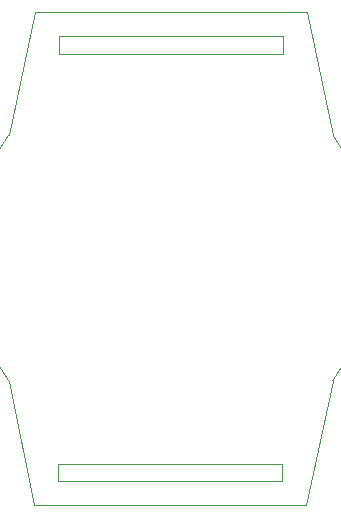
<source format=gbr>
G04 #@! TF.FileFunction,Profile,NP*
%FSLAX46Y46*%
G04 Gerber Fmt 4.6, Leading zero omitted, Abs format (unit mm)*
G04 Created by KiCad (PCBNEW (2015-03-21 BZR 5528)-product) date Wed 25 Mar 2015 08:48:55 AM EET*
%MOMM*%
G01*
G04 APERTURE LIST*
%ADD10C,0.100000*%
G04 APERTURE END LIST*
D10*
X-11570479Y-20924989D02*
X-13716000Y-10414000D01*
X11429521Y-20924989D02*
X13716000Y-10414000D01*
X-11570479Y-20924989D02*
X11429521Y-20924989D01*
X9429521Y-18918989D02*
X-9570479Y-18918989D01*
X-9570479Y-17412989D02*
X-9570479Y-18918989D01*
X9429521Y-17418989D02*
X9429521Y-18918989D01*
X-9570479Y-17412989D02*
X9429521Y-17412989D01*
X-13716000Y10414000D02*
G75*
G03X-13716000Y-10414000I13716000J-10414000D01*
G01*
X13716000Y-10414000D02*
G75*
G03X13716000Y10414000I-13716000J10414000D01*
G01*
X9500000Y17272000D02*
X-9500000Y17272000D01*
X9500000Y17272000D02*
X9500000Y18778000D01*
X-9500000Y18778000D02*
X9500000Y18778000D01*
X-9500000Y17278000D02*
X-9500000Y18778000D01*
X-11500000Y20784000D02*
X-13716000Y10414000D01*
X11500000Y20784000D02*
X13716000Y10414000D01*
X11500000Y20784000D02*
X-11500000Y20784000D01*
M02*

</source>
